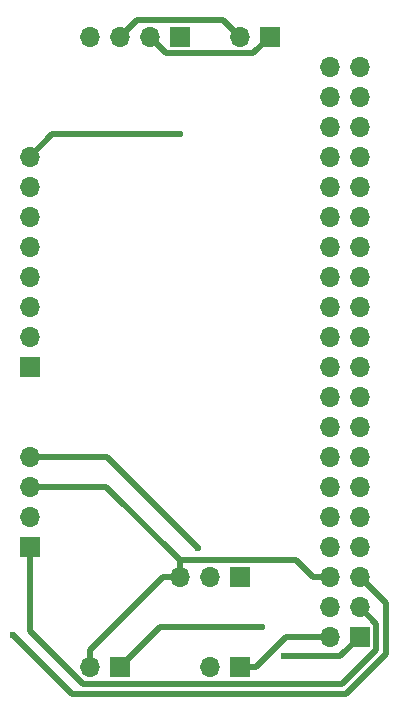
<source format=gbr>
%TF.GenerationSoftware,KiCad,Pcbnew,8.0.7*%
%TF.CreationDate,2025-03-04T00:24:51+01:00*%
%TF.ProjectId,Wildeye_pcb,57696c64-6579-4655-9f70-63622e6b6963,rev?*%
%TF.SameCoordinates,Original*%
%TF.FileFunction,Copper,L2,Bot*%
%TF.FilePolarity,Positive*%
%FSLAX46Y46*%
G04 Gerber Fmt 4.6, Leading zero omitted, Abs format (unit mm)*
G04 Created by KiCad (PCBNEW 8.0.7) date 2025-03-04 00:24:51*
%MOMM*%
%LPD*%
G01*
G04 APERTURE LIST*
%TA.AperFunction,ComponentPad*%
%ADD10R,1.700000X1.700000*%
%TD*%
%TA.AperFunction,ComponentPad*%
%ADD11O,1.700000X1.700000*%
%TD*%
%TA.AperFunction,ViaPad*%
%ADD12C,0.600000*%
%TD*%
%TA.AperFunction,Conductor*%
%ADD13C,0.500000*%
%TD*%
G04 APERTURE END LIST*
D10*
%TO.P,PIR_Sensor1,1,Pin_1*%
%TO.N,/G17*%
X152400000Y-106680000D03*
D11*
%TO.P,PIR_Sensor1,2,Pin_2*%
%TO.N,/3v3*%
X149860000Y-106680000D03*
%TO.P,PIR_Sensor1,3,Pin_3*%
%TO.N,/GND*%
X147320000Y-106680000D03*
%TD*%
D10*
%TO.P,GY-87_Sensor1,1,Pin_1*%
%TO.N,unconnected-(GY-87_Sensor1-Pin_1-Pad1)*%
X134620000Y-88900000D03*
D11*
%TO.P,GY-87_Sensor1,2,Pin_2*%
%TO.N,unconnected-(GY-87_Sensor1-Pin_2-Pad2)*%
X134620000Y-86360000D03*
%TO.P,GY-87_Sensor1,3,Pin_3*%
%TO.N,unconnected-(GY-87_Sensor1-Pin_3-Pad3)*%
X134620000Y-83820000D03*
%TO.P,GY-87_Sensor1,4,Pin_4*%
%TO.N,/SDA*%
X134620000Y-81280000D03*
%TO.P,GY-87_Sensor1,5,Pin_5*%
%TO.N,/SCL*%
X134620000Y-78740000D03*
%TO.P,GY-87_Sensor1,6,Pin_6*%
%TO.N,/GND*%
X134620000Y-76200000D03*
%TO.P,GY-87_Sensor1,7,Pin_7*%
%TO.N,unconnected-(GY-87_Sensor1-Pin_7-Pad7)*%
X134620000Y-73660000D03*
%TO.P,GY-87_Sensor1,8,Pin_8*%
%TO.N,/5v*%
X134620000Y-71120000D03*
%TD*%
D10*
%TO.P,LTE_Modem1,1,Pin_1*%
%TO.N,/5v*%
X147320000Y-60960000D03*
D11*
%TO.P,LTE_Modem1,2,Pin_2*%
%TO.N,/DP*%
X144780000Y-60960000D03*
%TO.P,LTE_Modem1,3,Pin_3*%
%TO.N,/DM*%
X142240000Y-60960000D03*
%TO.P,LTE_Modem1,4,Pin_4*%
%TO.N,/GND*%
X139700000Y-60960000D03*
%TD*%
D10*
%TO.P,Switch_Module1,1,Pin_1*%
%TO.N,/G27*%
X142240000Y-114300000D03*
D11*
%TO.P,Switch_Module1,2,Pin_2*%
%TO.N,/GND*%
X139700000Y-114300000D03*
%TD*%
D10*
%TO.P,BME280_Sensor1,1,Pin_1*%
%TO.N,/SDA*%
X134620000Y-104140000D03*
D11*
%TO.P,BME280_Sensor1,2,Pin_2*%
%TO.N,/SCL*%
X134620000Y-101600000D03*
%TO.P,BME280_Sensor1,3,Pin_3*%
%TO.N,/GND*%
X134620000Y-99060000D03*
%TO.P,BME280_Sensor1,4,Pin_4*%
%TO.N,/3v3*%
X134620000Y-96520000D03*
%TD*%
D10*
%TO.P,RaspberryPi_USB1,1,Pin_1*%
%TO.N,/DP*%
X154940000Y-60950000D03*
D11*
%TO.P,RaspberryPi_USB1,2,Pin_2*%
%TO.N,/DM*%
X152400000Y-60950000D03*
%TD*%
D10*
%TO.P,RaspberryPi_GPIOs1,1,Pin_1*%
%TO.N,/3v3*%
X162560000Y-111760000D03*
D11*
%TO.P,RaspberryPi_GPIOs1,2,Pin_2*%
%TO.N,/5v*%
X160020000Y-111760000D03*
%TO.P,RaspberryPi_GPIOs1,3,Pin_3*%
%TO.N,/SDA*%
X162560000Y-109220000D03*
%TO.P,RaspberryPi_GPIOs1,4,Pin_4*%
%TO.N,unconnected-(RaspberryPi_GPIOs1-Pin_4-Pad4)*%
X160020000Y-109220000D03*
%TO.P,RaspberryPi_GPIOs1,5,Pin_5*%
%TO.N,/SCL*%
X162560000Y-106680000D03*
%TO.P,RaspberryPi_GPIOs1,6,Pin_6*%
%TO.N,/GND*%
X160020000Y-106680000D03*
%TO.P,RaspberryPi_GPIOs1,7,Pin_7*%
%TO.N,unconnected-(RaspberryPi_GPIOs1-Pin_7-Pad7)*%
X162560000Y-104140000D03*
%TO.P,RaspberryPi_GPIOs1,8,Pin_8*%
%TO.N,unconnected-(RaspberryPi_GPIOs1-Pin_8-Pad8)*%
X160020000Y-104140000D03*
%TO.P,RaspberryPi_GPIOs1,9,Pin_9*%
%TO.N,unconnected-(RaspberryPi_GPIOs1-Pin_9-Pad9)*%
X162560000Y-101600000D03*
%TO.P,RaspberryPi_GPIOs1,10,Pin_10*%
%TO.N,unconnected-(RaspberryPi_GPIOs1-Pin_10-Pad10)*%
X160020000Y-101600000D03*
%TO.P,RaspberryPi_GPIOs1,11,Pin_11*%
%TO.N,/G17*%
X162560000Y-99060000D03*
%TO.P,RaspberryPi_GPIOs1,12,Pin_12*%
%TO.N,unconnected-(RaspberryPi_GPIOs1-Pin_12-Pad12)*%
X160020000Y-99060000D03*
%TO.P,RaspberryPi_GPIOs1,13,Pin_13*%
%TO.N,/G27*%
X162560000Y-96520000D03*
%TO.P,RaspberryPi_GPIOs1,14,Pin_14*%
%TO.N,unconnected-(RaspberryPi_GPIOs1-Pin_14-Pad14)*%
X160020000Y-96520000D03*
%TO.P,RaspberryPi_GPIOs1,15,Pin_15*%
%TO.N,unconnected-(RaspberryPi_GPIOs1-Pin_15-Pad15)*%
X162560000Y-93980000D03*
%TO.P,RaspberryPi_GPIOs1,16,Pin_16*%
%TO.N,unconnected-(RaspberryPi_GPIOs1-Pin_16-Pad16)*%
X160020000Y-93980000D03*
%TO.P,RaspberryPi_GPIOs1,17,Pin_17*%
%TO.N,unconnected-(RaspberryPi_GPIOs1-Pin_17-Pad17)*%
X162560000Y-91440000D03*
%TO.P,RaspberryPi_GPIOs1,18,Pin_18*%
%TO.N,unconnected-(RaspberryPi_GPIOs1-Pin_18-Pad18)*%
X160020000Y-91440000D03*
%TO.P,RaspberryPi_GPIOs1,19,Pin_19*%
%TO.N,unconnected-(RaspberryPi_GPIOs1-Pin_19-Pad19)*%
X162560000Y-88900000D03*
%TO.P,RaspberryPi_GPIOs1,20,Pin_20*%
%TO.N,unconnected-(RaspberryPi_GPIOs1-Pin_20-Pad20)*%
X160020000Y-88900000D03*
%TO.P,RaspberryPi_GPIOs1,21,Pin_21*%
%TO.N,unconnected-(RaspberryPi_GPIOs1-Pin_21-Pad21)*%
X162560000Y-86360000D03*
%TO.P,RaspberryPi_GPIOs1,22,Pin_22*%
%TO.N,unconnected-(RaspberryPi_GPIOs1-Pin_22-Pad22)*%
X160020000Y-86360000D03*
%TO.P,RaspberryPi_GPIOs1,23,Pin_23*%
%TO.N,unconnected-(RaspberryPi_GPIOs1-Pin_23-Pad23)*%
X162560000Y-83820000D03*
%TO.P,RaspberryPi_GPIOs1,24,Pin_24*%
%TO.N,unconnected-(RaspberryPi_GPIOs1-Pin_24-Pad24)*%
X160020000Y-83820000D03*
%TO.P,RaspberryPi_GPIOs1,25,Pin_25*%
%TO.N,unconnected-(RaspberryPi_GPIOs1-Pin_25-Pad25)*%
X162560000Y-81280000D03*
%TO.P,RaspberryPi_GPIOs1,26,Pin_26*%
%TO.N,unconnected-(RaspberryPi_GPIOs1-Pin_26-Pad26)*%
X160020000Y-81280000D03*
%TO.P,RaspberryPi_GPIOs1,27,Pin_27*%
%TO.N,unconnected-(RaspberryPi_GPIOs1-Pin_27-Pad27)*%
X162560000Y-78740000D03*
%TO.P,RaspberryPi_GPIOs1,28,Pin_28*%
%TO.N,unconnected-(RaspberryPi_GPIOs1-Pin_28-Pad28)*%
X160020000Y-78740000D03*
%TO.P,RaspberryPi_GPIOs1,29,Pin_29*%
%TO.N,unconnected-(RaspberryPi_GPIOs1-Pin_29-Pad29)*%
X162560000Y-76200000D03*
%TO.P,RaspberryPi_GPIOs1,30,Pin_30*%
%TO.N,unconnected-(RaspberryPi_GPIOs1-Pin_30-Pad30)*%
X160020000Y-76200000D03*
%TO.P,RaspberryPi_GPIOs1,31,Pin_31*%
%TO.N,unconnected-(RaspberryPi_GPIOs1-Pin_31-Pad31)*%
X162560000Y-73660000D03*
%TO.P,RaspberryPi_GPIOs1,32,Pin_32*%
%TO.N,unconnected-(RaspberryPi_GPIOs1-Pin_32-Pad32)*%
X160020000Y-73660000D03*
%TO.P,RaspberryPi_GPIOs1,33,Pin_33*%
%TO.N,unconnected-(RaspberryPi_GPIOs1-Pin_33-Pad33)*%
X162560000Y-71120000D03*
%TO.P,RaspberryPi_GPIOs1,34,Pin_34*%
%TO.N,unconnected-(RaspberryPi_GPIOs1-Pin_34-Pad34)*%
X160020000Y-71120000D03*
%TO.P,RaspberryPi_GPIOs1,35,Pin_35*%
%TO.N,unconnected-(RaspberryPi_GPIOs1-Pin_35-Pad35)*%
X162560000Y-68580000D03*
%TO.P,RaspberryPi_GPIOs1,36,Pin_36*%
%TO.N,unconnected-(RaspberryPi_GPIOs1-Pin_36-Pad36)*%
X160020000Y-68580000D03*
%TO.P,RaspberryPi_GPIOs1,37,Pin_37*%
%TO.N,unconnected-(RaspberryPi_GPIOs1-Pin_37-Pad37)*%
X162560000Y-66040000D03*
%TO.P,RaspberryPi_GPIOs1,38,Pin_38*%
%TO.N,unconnected-(RaspberryPi_GPIOs1-Pin_38-Pad38)*%
X160020000Y-66040000D03*
%TO.P,RaspberryPi_GPIOs1,39,Pin_39*%
%TO.N,unconnected-(RaspberryPi_GPIOs1-Pin_39-Pad39)*%
X162560000Y-63500000D03*
%TO.P,RaspberryPi_GPIOs1,40,Pin_40*%
%TO.N,unconnected-(RaspberryPi_GPIOs1-Pin_40-Pad40)*%
X160020000Y-63500000D03*
%TD*%
D10*
%TO.P,Powerbank_Power1,1,5V*%
%TO.N,/5v*%
X152400000Y-114300000D03*
D11*
%TO.P,Powerbank_Power1,2,GND*%
%TO.N,/GND*%
X149860000Y-114300000D03*
%TD*%
D12*
%TO.N,/SCL*%
X133218300Y-111628300D03*
%TO.N,/3v3*%
X156152200Y-113404800D03*
X148886000Y-104248100D03*
%TO.N,/G27*%
X154305000Y-110888100D03*
%TO.N,/5v*%
X147320000Y-69215000D03*
%TD*%
D13*
%TO.N,/SCL*%
X164781200Y-113198500D02*
X164781200Y-108901200D01*
X161380500Y-116599200D02*
X164781200Y-113198500D01*
X164781200Y-108901200D02*
X162560000Y-106680000D01*
X138189200Y-116599200D02*
X161380500Y-116599200D01*
X133218300Y-111628300D02*
X138189200Y-116599200D01*
%TO.N,/3v3*%
X134620000Y-96520000D02*
X141157900Y-96520000D01*
X141157900Y-96520000D02*
X148886000Y-104248100D01*
X160915200Y-113404800D02*
X156152200Y-113404800D01*
X162560000Y-111760000D02*
X160915200Y-113404800D01*
%TO.N,/SDA*%
X139141300Y-115771000D02*
X161074800Y-115771000D01*
X134620000Y-104140000D02*
X134620000Y-111249700D01*
X163979500Y-112866300D02*
X163979500Y-110639500D01*
X134620000Y-111249700D02*
X139141300Y-115771000D01*
X161074800Y-115771000D02*
X163979500Y-112866300D01*
X163979500Y-110639500D02*
X162560000Y-109220000D01*
%TO.N,/GND*%
X139700000Y-114300000D02*
X139700000Y-112898300D01*
X160020000Y-106680000D02*
X158618300Y-106680000D01*
X147320000Y-106680000D02*
X145918300Y-106680000D01*
X147320000Y-106680000D02*
X147320000Y-105278300D01*
X139700000Y-112898300D02*
X145918300Y-106680000D01*
X157216600Y-105278300D02*
X147320000Y-105278300D01*
X158618300Y-106680000D02*
X157216600Y-105278300D01*
X141101700Y-99060000D02*
X147320000Y-105278300D01*
X134620000Y-99060000D02*
X141101700Y-99060000D01*
%TO.N,/DM*%
X152400000Y-60950000D02*
X150974300Y-59524300D01*
X150974300Y-59524300D02*
X143675700Y-59524300D01*
X143675700Y-59524300D02*
X142240000Y-60960000D01*
%TO.N,/DP*%
X146181700Y-62361700D02*
X144780000Y-60960000D01*
X154940000Y-60950000D02*
X153528300Y-62361700D01*
X153528300Y-62361700D02*
X146181700Y-62361700D01*
%TO.N,/G27*%
X145651900Y-110888100D02*
X142240000Y-114300000D01*
X154305000Y-110888100D02*
X145651900Y-110888100D01*
%TO.N,/5v*%
X153801700Y-114300000D02*
X156341700Y-111760000D01*
X147320000Y-69215000D02*
X136525000Y-69215000D01*
X156341700Y-111760000D02*
X158618300Y-111760000D01*
X152400000Y-114300000D02*
X153801700Y-114300000D01*
X160020000Y-111760000D02*
X158618300Y-111760000D01*
X136525000Y-69215000D02*
X134620000Y-71120000D01*
%TD*%
M02*

</source>
